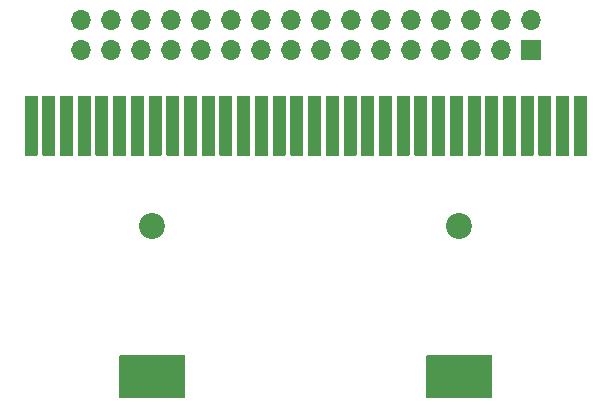
<source format=gts>
%TF.GenerationSoftware,KiCad,Pcbnew,(5.1.10-1-10_14)*%
%TF.CreationDate,2023-03-27T22:45:21+08:00*%
%TF.ProjectId,GB_MemoryBackup_Subboard_A,47425f4d-656d-46f7-9279-4261636b7570,1.0*%
%TF.SameCoordinates,Original*%
%TF.FileFunction,Soldermask,Top*%
%TF.FilePolarity,Negative*%
%FSLAX46Y46*%
G04 Gerber Fmt 4.6, Leading zero omitted, Abs format (unit mm)*
G04 Created by KiCad (PCBNEW (5.1.10-1-10_14)) date 2023-03-27 22:45:21*
%MOMM*%
%LPD*%
G01*
G04 APERTURE LIST*
%ADD10O,1.700000X1.700000*%
%ADD11R,1.700000X1.700000*%
%ADD12C,2.200000*%
G04 APERTURE END LIST*
D10*
%TO.C,J1*%
X150430000Y-83890000D03*
X150430000Y-86430000D03*
X152970000Y-83890000D03*
X152970000Y-86430000D03*
X155510000Y-83890000D03*
X155510000Y-86430000D03*
X158050000Y-83890000D03*
X158050000Y-86430000D03*
X160590000Y-83890000D03*
X160590000Y-86430000D03*
X163130000Y-83890000D03*
X163130000Y-86430000D03*
X165670000Y-83890000D03*
X165670000Y-86430000D03*
X168210000Y-83890000D03*
X168210000Y-86430000D03*
X170750000Y-83890000D03*
X170750000Y-86430000D03*
X173290000Y-83890000D03*
X173290000Y-86430000D03*
X175830000Y-83890000D03*
X175830000Y-86430000D03*
X178370000Y-83890000D03*
X178370000Y-86430000D03*
X180910000Y-83890000D03*
X180910000Y-86430000D03*
X183450000Y-83890000D03*
X183450000Y-86430000D03*
X185990000Y-83890000D03*
X185990000Y-86430000D03*
X188530000Y-83890000D03*
D11*
X188530000Y-86430000D03*
%TD*%
%TO.C,J2*%
G36*
G01*
X159280800Y-112340000D02*
X159280800Y-115840000D01*
G75*
G02*
X159230000Y-115890800I-50800J0D01*
G01*
X153730000Y-115890800D01*
G75*
G02*
X153679200Y-115840000I0J50800D01*
G01*
X153679200Y-112340000D01*
G75*
G02*
X153730000Y-112289200I50800J0D01*
G01*
X159230000Y-112289200D01*
G75*
G02*
X159280800Y-112340000I0J-50800D01*
G01*
G37*
G36*
G01*
X185280800Y-112340000D02*
X185280800Y-115840000D01*
G75*
G02*
X185230000Y-115890800I-50800J0D01*
G01*
X179730000Y-115890800D01*
G75*
G02*
X179679200Y-115840000I0J50800D01*
G01*
X179679200Y-112340000D01*
G75*
G02*
X179730000Y-112289200I50800J0D01*
G01*
X185230000Y-112289200D01*
G75*
G02*
X185280800Y-112340000I0J-50800D01*
G01*
G37*
G36*
G01*
X146730000Y-95390800D02*
X145730000Y-95390800D01*
G75*
G02*
X145679200Y-95340000I0J50800D01*
G01*
X145679200Y-90340000D01*
G75*
G02*
X145730000Y-90289200I50800J0D01*
G01*
X146730000Y-90289200D01*
G75*
G02*
X146780800Y-90340000I0J-50800D01*
G01*
X146780800Y-95340000D01*
G75*
G02*
X146730000Y-95390800I-50800J0D01*
G01*
G37*
G36*
G01*
X148230000Y-95390800D02*
X147230000Y-95390800D01*
G75*
G02*
X147179200Y-95340000I0J50800D01*
G01*
X147179200Y-90340000D01*
G75*
G02*
X147230000Y-90289200I50800J0D01*
G01*
X148230000Y-90289200D01*
G75*
G02*
X148280800Y-90340000I0J-50800D01*
G01*
X148280800Y-95340000D01*
G75*
G02*
X148230000Y-95390800I-50800J0D01*
G01*
G37*
G36*
G01*
X149730000Y-95390800D02*
X148730000Y-95390800D01*
G75*
G02*
X148679200Y-95340000I0J50800D01*
G01*
X148679200Y-90340000D01*
G75*
G02*
X148730000Y-90289200I50800J0D01*
G01*
X149730000Y-90289200D01*
G75*
G02*
X149780800Y-90340000I0J-50800D01*
G01*
X149780800Y-95340000D01*
G75*
G02*
X149730000Y-95390800I-50800J0D01*
G01*
G37*
G36*
G01*
X151230000Y-95390800D02*
X150230000Y-95390800D01*
G75*
G02*
X150179200Y-95340000I0J50800D01*
G01*
X150179200Y-90340000D01*
G75*
G02*
X150230000Y-90289200I50800J0D01*
G01*
X151230000Y-90289200D01*
G75*
G02*
X151280800Y-90340000I0J-50800D01*
G01*
X151280800Y-95340000D01*
G75*
G02*
X151230000Y-95390800I-50800J0D01*
G01*
G37*
G36*
G01*
X152730000Y-95390800D02*
X151730000Y-95390800D01*
G75*
G02*
X151679200Y-95340000I0J50800D01*
G01*
X151679200Y-90340000D01*
G75*
G02*
X151730000Y-90289200I50800J0D01*
G01*
X152730000Y-90289200D01*
G75*
G02*
X152780800Y-90340000I0J-50800D01*
G01*
X152780800Y-95340000D01*
G75*
G02*
X152730000Y-95390800I-50800J0D01*
G01*
G37*
G36*
G01*
X154230000Y-95390800D02*
X153230000Y-95390800D01*
G75*
G02*
X153179200Y-95340000I0J50800D01*
G01*
X153179200Y-90340000D01*
G75*
G02*
X153230000Y-90289200I50800J0D01*
G01*
X154230000Y-90289200D01*
G75*
G02*
X154280800Y-90340000I0J-50800D01*
G01*
X154280800Y-95340000D01*
G75*
G02*
X154230000Y-95390800I-50800J0D01*
G01*
G37*
G36*
G01*
X155730000Y-95390800D02*
X154730000Y-95390800D01*
G75*
G02*
X154679200Y-95340000I0J50800D01*
G01*
X154679200Y-90340000D01*
G75*
G02*
X154730000Y-90289200I50800J0D01*
G01*
X155730000Y-90289200D01*
G75*
G02*
X155780800Y-90340000I0J-50800D01*
G01*
X155780800Y-95340000D01*
G75*
G02*
X155730000Y-95390800I-50800J0D01*
G01*
G37*
G36*
G01*
X157230000Y-95390800D02*
X156230000Y-95390800D01*
G75*
G02*
X156179200Y-95340000I0J50800D01*
G01*
X156179200Y-90340000D01*
G75*
G02*
X156230000Y-90289200I50800J0D01*
G01*
X157230000Y-90289200D01*
G75*
G02*
X157280800Y-90340000I0J-50800D01*
G01*
X157280800Y-95340000D01*
G75*
G02*
X157230000Y-95390800I-50800J0D01*
G01*
G37*
G36*
G01*
X158730000Y-95390800D02*
X157730000Y-95390800D01*
G75*
G02*
X157679200Y-95340000I0J50800D01*
G01*
X157679200Y-90340000D01*
G75*
G02*
X157730000Y-90289200I50800J0D01*
G01*
X158730000Y-90289200D01*
G75*
G02*
X158780800Y-90340000I0J-50800D01*
G01*
X158780800Y-95340000D01*
G75*
G02*
X158730000Y-95390800I-50800J0D01*
G01*
G37*
G36*
G01*
X160230000Y-95390800D02*
X159230000Y-95390800D01*
G75*
G02*
X159179200Y-95340000I0J50800D01*
G01*
X159179200Y-90340000D01*
G75*
G02*
X159230000Y-90289200I50800J0D01*
G01*
X160230000Y-90289200D01*
G75*
G02*
X160280800Y-90340000I0J-50800D01*
G01*
X160280800Y-95340000D01*
G75*
G02*
X160230000Y-95390800I-50800J0D01*
G01*
G37*
G36*
G01*
X161730000Y-95390800D02*
X160730000Y-95390800D01*
G75*
G02*
X160679200Y-95340000I0J50800D01*
G01*
X160679200Y-90340000D01*
G75*
G02*
X160730000Y-90289200I50800J0D01*
G01*
X161730000Y-90289200D01*
G75*
G02*
X161780800Y-90340000I0J-50800D01*
G01*
X161780800Y-95340000D01*
G75*
G02*
X161730000Y-95390800I-50800J0D01*
G01*
G37*
G36*
G01*
X163230000Y-95390800D02*
X162230000Y-95390800D01*
G75*
G02*
X162179200Y-95340000I0J50800D01*
G01*
X162179200Y-90340000D01*
G75*
G02*
X162230000Y-90289200I50800J0D01*
G01*
X163230000Y-90289200D01*
G75*
G02*
X163280800Y-90340000I0J-50800D01*
G01*
X163280800Y-95340000D01*
G75*
G02*
X163230000Y-95390800I-50800J0D01*
G01*
G37*
G36*
G01*
X164730000Y-95390800D02*
X163730000Y-95390800D01*
G75*
G02*
X163679200Y-95340000I0J50800D01*
G01*
X163679200Y-90340000D01*
G75*
G02*
X163730000Y-90289200I50800J0D01*
G01*
X164730000Y-90289200D01*
G75*
G02*
X164780800Y-90340000I0J-50800D01*
G01*
X164780800Y-95340000D01*
G75*
G02*
X164730000Y-95390800I-50800J0D01*
G01*
G37*
G36*
G01*
X166230000Y-95390800D02*
X165230000Y-95390800D01*
G75*
G02*
X165179200Y-95340000I0J50800D01*
G01*
X165179200Y-90340000D01*
G75*
G02*
X165230000Y-90289200I50800J0D01*
G01*
X166230000Y-90289200D01*
G75*
G02*
X166280800Y-90340000I0J-50800D01*
G01*
X166280800Y-95340000D01*
G75*
G02*
X166230000Y-95390800I-50800J0D01*
G01*
G37*
G36*
G01*
X167730000Y-95390800D02*
X166730000Y-95390800D01*
G75*
G02*
X166679200Y-95340000I0J50800D01*
G01*
X166679200Y-90340000D01*
G75*
G02*
X166730000Y-90289200I50800J0D01*
G01*
X167730000Y-90289200D01*
G75*
G02*
X167780800Y-90340000I0J-50800D01*
G01*
X167780800Y-95340000D01*
G75*
G02*
X167730000Y-95390800I-50800J0D01*
G01*
G37*
G36*
G01*
X169230000Y-95390800D02*
X168230000Y-95390800D01*
G75*
G02*
X168179200Y-95340000I0J50800D01*
G01*
X168179200Y-90340000D01*
G75*
G02*
X168230000Y-90289200I50800J0D01*
G01*
X169230000Y-90289200D01*
G75*
G02*
X169280800Y-90340000I0J-50800D01*
G01*
X169280800Y-95340000D01*
G75*
G02*
X169230000Y-95390800I-50800J0D01*
G01*
G37*
G36*
G01*
X170730000Y-95390800D02*
X169730000Y-95390800D01*
G75*
G02*
X169679200Y-95340000I0J50800D01*
G01*
X169679200Y-90340000D01*
G75*
G02*
X169730000Y-90289200I50800J0D01*
G01*
X170730000Y-90289200D01*
G75*
G02*
X170780800Y-90340000I0J-50800D01*
G01*
X170780800Y-95340000D01*
G75*
G02*
X170730000Y-95390800I-50800J0D01*
G01*
G37*
G36*
G01*
X172230000Y-95390800D02*
X171230000Y-95390800D01*
G75*
G02*
X171179200Y-95340000I0J50800D01*
G01*
X171179200Y-90340000D01*
G75*
G02*
X171230000Y-90289200I50800J0D01*
G01*
X172230000Y-90289200D01*
G75*
G02*
X172280800Y-90340000I0J-50800D01*
G01*
X172280800Y-95340000D01*
G75*
G02*
X172230000Y-95390800I-50800J0D01*
G01*
G37*
G36*
G01*
X173730000Y-95390800D02*
X172730000Y-95390800D01*
G75*
G02*
X172679200Y-95340000I0J50800D01*
G01*
X172679200Y-90340000D01*
G75*
G02*
X172730000Y-90289200I50800J0D01*
G01*
X173730000Y-90289200D01*
G75*
G02*
X173780800Y-90340000I0J-50800D01*
G01*
X173780800Y-95340000D01*
G75*
G02*
X173730000Y-95390800I-50800J0D01*
G01*
G37*
G36*
G01*
X175230000Y-95390800D02*
X174230000Y-95390800D01*
G75*
G02*
X174179200Y-95340000I0J50800D01*
G01*
X174179200Y-90340000D01*
G75*
G02*
X174230000Y-90289200I50800J0D01*
G01*
X175230000Y-90289200D01*
G75*
G02*
X175280800Y-90340000I0J-50800D01*
G01*
X175280800Y-95340000D01*
G75*
G02*
X175230000Y-95390800I-50800J0D01*
G01*
G37*
G36*
G01*
X176730000Y-95390800D02*
X175730000Y-95390800D01*
G75*
G02*
X175679200Y-95340000I0J50800D01*
G01*
X175679200Y-90340000D01*
G75*
G02*
X175730000Y-90289200I50800J0D01*
G01*
X176730000Y-90289200D01*
G75*
G02*
X176780800Y-90340000I0J-50800D01*
G01*
X176780800Y-95340000D01*
G75*
G02*
X176730000Y-95390800I-50800J0D01*
G01*
G37*
G36*
G01*
X178230000Y-95390800D02*
X177230000Y-95390800D01*
G75*
G02*
X177179200Y-95340000I0J50800D01*
G01*
X177179200Y-90340000D01*
G75*
G02*
X177230000Y-90289200I50800J0D01*
G01*
X178230000Y-90289200D01*
G75*
G02*
X178280800Y-90340000I0J-50800D01*
G01*
X178280800Y-95340000D01*
G75*
G02*
X178230000Y-95390800I-50800J0D01*
G01*
G37*
G36*
G01*
X179730000Y-95390800D02*
X178730000Y-95390800D01*
G75*
G02*
X178679200Y-95340000I0J50800D01*
G01*
X178679200Y-90340000D01*
G75*
G02*
X178730000Y-90289200I50800J0D01*
G01*
X179730000Y-90289200D01*
G75*
G02*
X179780800Y-90340000I0J-50800D01*
G01*
X179780800Y-95340000D01*
G75*
G02*
X179730000Y-95390800I-50800J0D01*
G01*
G37*
G36*
G01*
X181230000Y-95390800D02*
X180230000Y-95390800D01*
G75*
G02*
X180179200Y-95340000I0J50800D01*
G01*
X180179200Y-90340000D01*
G75*
G02*
X180230000Y-90289200I50800J0D01*
G01*
X181230000Y-90289200D01*
G75*
G02*
X181280800Y-90340000I0J-50800D01*
G01*
X181280800Y-95340000D01*
G75*
G02*
X181230000Y-95390800I-50800J0D01*
G01*
G37*
G36*
G01*
X182730000Y-95390800D02*
X181730000Y-95390800D01*
G75*
G02*
X181679200Y-95340000I0J50800D01*
G01*
X181679200Y-90340000D01*
G75*
G02*
X181730000Y-90289200I50800J0D01*
G01*
X182730000Y-90289200D01*
G75*
G02*
X182780800Y-90340000I0J-50800D01*
G01*
X182780800Y-95340000D01*
G75*
G02*
X182730000Y-95390800I-50800J0D01*
G01*
G37*
G36*
G01*
X184230000Y-95390800D02*
X183230000Y-95390800D01*
G75*
G02*
X183179200Y-95340000I0J50800D01*
G01*
X183179200Y-90340000D01*
G75*
G02*
X183230000Y-90289200I50800J0D01*
G01*
X184230000Y-90289200D01*
G75*
G02*
X184280800Y-90340000I0J-50800D01*
G01*
X184280800Y-95340000D01*
G75*
G02*
X184230000Y-95390800I-50800J0D01*
G01*
G37*
G36*
G01*
X185730000Y-95390800D02*
X184730000Y-95390800D01*
G75*
G02*
X184679200Y-95340000I0J50800D01*
G01*
X184679200Y-90340000D01*
G75*
G02*
X184730000Y-90289200I50800J0D01*
G01*
X185730000Y-90289200D01*
G75*
G02*
X185780800Y-90340000I0J-50800D01*
G01*
X185780800Y-95340000D01*
G75*
G02*
X185730000Y-95390800I-50800J0D01*
G01*
G37*
G36*
G01*
X187230000Y-95390800D02*
X186230000Y-95390800D01*
G75*
G02*
X186179200Y-95340000I0J50800D01*
G01*
X186179200Y-90340000D01*
G75*
G02*
X186230000Y-90289200I50800J0D01*
G01*
X187230000Y-90289200D01*
G75*
G02*
X187280800Y-90340000I0J-50800D01*
G01*
X187280800Y-95340000D01*
G75*
G02*
X187230000Y-95390800I-50800J0D01*
G01*
G37*
G36*
G01*
X188730000Y-95390800D02*
X187730000Y-95390800D01*
G75*
G02*
X187679200Y-95340000I0J50800D01*
G01*
X187679200Y-90340000D01*
G75*
G02*
X187730000Y-90289200I50800J0D01*
G01*
X188730000Y-90289200D01*
G75*
G02*
X188780800Y-90340000I0J-50800D01*
G01*
X188780800Y-95340000D01*
G75*
G02*
X188730000Y-95390800I-50800J0D01*
G01*
G37*
G36*
G01*
X190230000Y-95390800D02*
X189230000Y-95390800D01*
G75*
G02*
X189179200Y-95340000I0J50800D01*
G01*
X189179200Y-90340000D01*
G75*
G02*
X189230000Y-90289200I50800J0D01*
G01*
X190230000Y-90289200D01*
G75*
G02*
X190280800Y-90340000I0J-50800D01*
G01*
X190280800Y-95340000D01*
G75*
G02*
X190230000Y-95390800I-50800J0D01*
G01*
G37*
G36*
G01*
X191730000Y-95390800D02*
X190730000Y-95390800D01*
G75*
G02*
X190679200Y-95340000I0J50800D01*
G01*
X190679200Y-90340000D01*
G75*
G02*
X190730000Y-90289200I50800J0D01*
G01*
X191730000Y-90289200D01*
G75*
G02*
X191780800Y-90340000I0J-50800D01*
G01*
X191780800Y-95340000D01*
G75*
G02*
X191730000Y-95390800I-50800J0D01*
G01*
G37*
G36*
G01*
X193230000Y-95390800D02*
X192230000Y-95390800D01*
G75*
G02*
X192179200Y-95340000I0J50800D01*
G01*
X192179200Y-90340000D01*
G75*
G02*
X192230000Y-90289200I50800J0D01*
G01*
X193230000Y-90289200D01*
G75*
G02*
X193280800Y-90340000I0J-50800D01*
G01*
X193280800Y-95340000D01*
G75*
G02*
X193230000Y-95390800I-50800J0D01*
G01*
G37*
D12*
X182480000Y-101340000D03*
X156480000Y-101340000D03*
%TD*%
M02*

</source>
